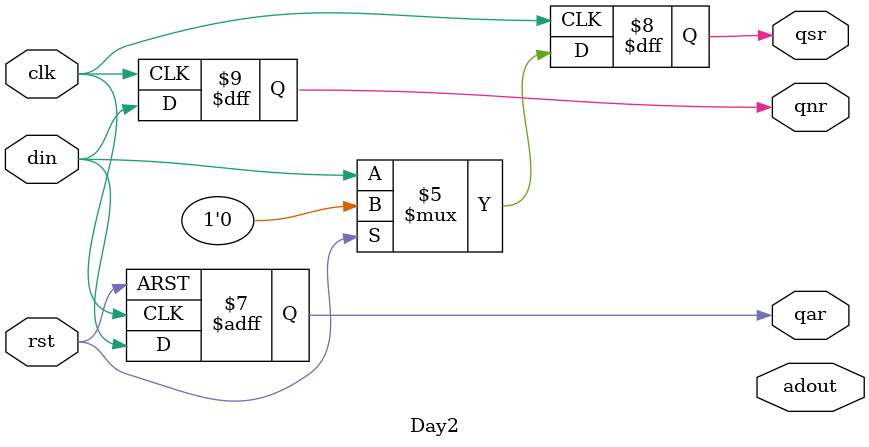
<source format=sv>
module Day2(input logic clk,input logic din,input rst,output logic adout,output logic qnr,output logic qar,output logic qsr);

  //No reset
  always@(posedge clk)
    qnr <= din;
  
  //syn Reset
  
  always@(posedge clk)
    if(rst)
      qsr <=0;
   else
     qsr <=din;
  
  //Asyn Reser
  
  always@(posedge clk or posedge rst)
    if(rst)
      qar <= 0;
   else
     qar <= din;
  
endmodule
    
</source>
